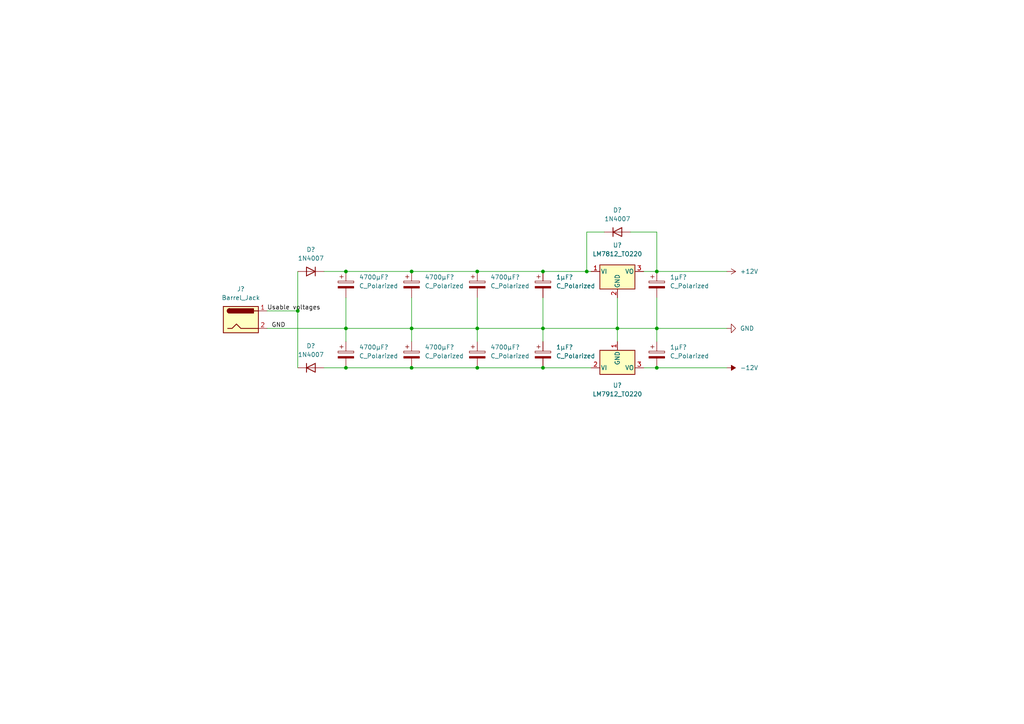
<source format=kicad_sch>
(kicad_sch (version 20211123) (generator eeschema)
  (paper "A4")
  (lib_symbols
    (symbol "Connector:Barrel_Jack" (pin_names (offset 1.016))
      (property "Reference" "J" (at 0 5.334 0))
      (property "Value" "Barrel_Jack" (at 0 -5.08 0))
      (symbol "Barrel_Jack_0_1"
        (rectangle (start -5.08 3.81) (end 5.08 -3.81) (stroke (width 0.254)) (fill (type background)))
        (arc (start -3.302 3.175) (mid -3.937 2.54) (end -3.302 1.905) (stroke (width 0.254)))
        (arc (start -3.302 3.175) (mid -3.937 2.54) (end -3.302 1.905) (stroke (width 0.254)) (fill (type outline)))
        (polyline (pts (xy 5.08 2.54) (xy 3.81 2.54)) (stroke (width 0.254)))
        (polyline (pts (xy -3.81 -2.54) (xy -2.54 -2.54) (xy -1.27 -1.27) (xy 0 -2.54) (xy 2.54 -2.54) (xy 5.08 -2.54)) (stroke (width 0.254)))
        (rectangle (start 3.683 3.175) (end -3.302 1.905) (stroke (width 0.254)) (fill (type outline)))
      )
      (symbol "Barrel_Jack_1_1"
        (pin passive line (at 7.62 2.54 180) (length 2.54) (name "~") (number "1"))
        (pin passive line (at 7.62 -2.54 180) (length 2.54) (name "~") (number "2"))
      )
    )
    (symbol "Device:C_Polarized" (pin_numbers hide) (pin_names (offset 0.254))
      (property "Reference" "C" (at 0.635 2.54 0))
      (property "Value" "C_Polarized" (at 0.635 -2.54 0))
      (symbol "C_Polarized_0_1"
        (rectangle (start -2.286 0.508) (end 2.286 1.016))
        (polyline (pts (xy -1.778 2.286) (xy -0.762 2.286)))
        (polyline (pts (xy -1.27 2.794) (xy -1.27 1.778)))
        (rectangle (start 2.286 -0.508) (end -2.286 -1.016) (fill (type outline)))
      )
      (symbol "C_Polarized_1_1"
        (pin passive line (at 0 3.81 270) (length 2.794) (name "~") (number "1"))
        (pin passive line (at 0 -3.81 90) (length 2.794) (name "~") (number "2"))
      )
    )
    (symbol "Diode:1N4007" (pin_numbers hide) (pin_names hide)
      (property "Reference" "D" (at 0 2.54 0))
      (property "Value" "1N4007" (at 0 -2.54 0))
      (symbol "1N4007_0_1"
        (polyline (pts (xy -1.27 1.27) (xy -1.27 -1.27)) (stroke (width 0.254)))
        (polyline (pts (xy 1.27 0) (xy -1.27 0)))
        (polyline (pts (xy 1.27 1.27) (xy 1.27 -1.27) (xy -1.27 0) (xy 1.27 1.27)) (stroke (width 0.254)))
      )
      (symbol "1N4007_1_1"
        (pin passive line (at -3.81 0 0) (length 2.54) (name "K") (number "1"))
        (pin passive line (at 3.81 0 180) (length 2.54) (name "A") (number "2"))
      )
    )
    (symbol "Regulator_Linear:LM7812_TO220" (pin_names (offset 0.254))
      (property "Reference" "U" (at -3.81 3.175 0))
      (property "Value" "LM7812_TO220" (at 0 3.175 0))
      (symbol "LM7812_TO220_0_1"
        (rectangle (start -5.08 1.905) (end 5.08 -5.08) (stroke (width 0.254)) (fill (type background)))
      )
      (symbol "LM7812_TO220_1_1"
        (pin power_in line (at -7.62 0 0) (length 2.54) (name "VI") (number "1"))
        (pin power_in line (at 0 -7.62 90) (length 2.54) (name "GND") (number "2"))
        (pin power_out line (at 7.62 0 180) (length 2.54) (name "VO") (number "3"))
      )
    )
    (symbol "Regulator_Linear:LM7912_TO220" (pin_names (offset 0.254))
      (property "Reference" "U" (at -3.81 -3.175 0))
      (property "Value" "LM7912_TO220" (at 0 -3.175 0))
      (symbol "LM7912_TO220_0_1"
        (rectangle (start -5.08 5.08) (end 5.08 -1.905) (stroke (width 0.254)) (fill (type background)))
      )
      (symbol "LM7912_TO220_1_1"
        (pin power_in line (at 0 7.62 270) (length 2.54) (name "GND") (number "1"))
        (pin power_in line (at -7.62 0 0) (length 2.54) (name "VI") (number "2"))
        (pin power_out line (at 7.62 0 180) (length 2.54) (name "VO") (number "3"))
      )
    )
    (symbol "power:+12V" (power) (pin_names (offset 0))
      (property "Value" "+12V" (at 0 3.556 0))
      (symbol "+12V_0_1"
        (polyline (pts (xy -0.762 1.27) (xy 0 2.54)))
        (polyline (pts (xy 0 0) (xy 0 2.54)))
        (polyline (pts (xy 0 2.54) (xy 0.762 1.27)))
      )
      (symbol "+12V_1_1"
        (pin power_in line (at 0 0 90) (length 0) hide (name "+12V") (number "1"))
      )
    )
    (symbol "power:-12V" (power) (pin_names (offset 0))
      (property "Value" "-12V" (at 0 3.81 0))
      (symbol "-12V_0_0"
        (pin power_in line (at 0 0 90) (length 0) hide (name "-12V") (number "1"))
      )
      (symbol "-12V_0_1"
        (polyline (pts (xy 0 0) (xy 0 1.27) (xy 0.762 1.27) (xy 0 2.54) (xy -0.762 1.27) (xy 0 1.27)) (fill (type outline)))
      )
    )
    (symbol "power:GND" (power) (pin_names (offset 0))
      (property "Value" "GND" (at 0 -3.81 0))
      (symbol "GND_0_1"
        (polyline (pts (xy 0 0) (xy 0 -1.27) (xy 1.27 -1.27) (xy 0 -2.54) (xy -1.27 -1.27) (xy 0 -1.27)))
      )
      (symbol "GND_1_1"
        (pin power_in line (at 0 0 270) (length 0) hide (name "GND") (number "1"))
      )
    )
  )
  (junction (at 86.36 90.17))
  (junction (at 119.38 95.25))
  (junction (at 157.48 95.25))
  (junction (at 119.38 78.74))
  (junction (at 100.33 106.68))
  (junction (at 138.43 106.68))
  (junction (at 179.07 95.25))
  (junction (at 190.5 106.68))
  (junction (at 157.48 106.68))
  (junction (at 138.43 78.74))
  (junction (at 100.33 78.74))
  (junction (at 190.5 95.25))
  (junction (at 138.43 95.25))
  (junction (at 157.48 78.74))
  (junction (at 170.18 78.74))
  (junction (at 190.5 78.74))
  (junction (at 100.33 95.25))
  (junction (at 119.38 106.68))
  (wire (pts (xy 77.47 95.25) (xy 100.33 95.25)))
  (wire (pts (xy 179.07 95.25) (xy 179.07 99.06)))
  (wire (pts (xy 119.38 78.74) (xy 138.43 78.74)))
  (wire (pts (xy 170.18 67.31) (xy 170.18 78.74)))
  (wire (pts (xy 170.18 78.74) (xy 171.45 78.74)))
  (wire (pts (xy 119.38 95.25) (xy 119.38 99.06)))
  (wire (pts (xy 100.33 106.68) (xy 119.38 106.68)))
  (wire (pts (xy 86.36 90.17) (xy 86.36 106.68)))
  (wire (pts (xy 157.48 95.25) (xy 157.48 99.06)))
  (wire (pts (xy 119.38 86.36) (xy 119.38 95.25)))
  (wire (pts (xy 190.5 106.68) (xy 210.82 106.68)))
  (wire (pts (xy 93.98 106.68) (xy 100.33 106.68)))
  (wire (pts (xy 182.88 67.31) (xy 190.5 67.31)))
  (wire (pts (xy 157.48 106.68) (xy 171.45 106.68)))
  (wire (pts (xy 179.07 95.25) (xy 179.07 86.36)))
  (wire (pts (xy 157.48 95.25) (xy 179.07 95.25)))
  (wire (pts (xy 175.26 67.31) (xy 170.18 67.31)))
  (wire (pts (xy 186.69 78.74) (xy 190.5 78.74)))
  (wire (pts (xy 190.5 78.74) (xy 210.82 78.74)))
  (wire (pts (xy 138.43 95.25) (xy 157.48 95.25)))
  (wire (pts (xy 190.5 95.25) (xy 190.5 99.06)))
  (wire (pts (xy 119.38 106.68) (xy 138.43 106.68)))
  (wire (pts (xy 100.33 86.36) (xy 100.33 95.25)))
  (wire (pts (xy 190.5 86.36) (xy 190.5 95.25)))
  (wire (pts (xy 93.98 78.74) (xy 100.33 78.74)))
  (wire (pts (xy 186.69 106.68) (xy 190.5 106.68)))
  (wire (pts (xy 77.47 90.17) (xy 86.36 90.17)))
  (wire (pts (xy 100.33 78.74) (xy 119.38 78.74)))
  (wire (pts (xy 138.43 99.06) (xy 138.43 95.25)))
  (wire (pts (xy 157.48 86.36) (xy 157.48 95.25)))
  (wire (pts (xy 190.5 67.31) (xy 190.5 78.74)))
  (wire (pts (xy 138.43 78.74) (xy 157.48 78.74)))
  (wire (pts (xy 157.48 78.74) (xy 170.18 78.74)))
  (wire (pts (xy 138.43 106.68) (xy 157.48 106.68)))
  (wire (pts (xy 86.36 90.17) (xy 86.36 78.74)))
  (wire (pts (xy 190.5 95.25) (xy 210.82 95.25)))
  (wire (pts (xy 100.33 95.25) (xy 119.38 95.25)))
  (wire (pts (xy 119.38 95.25) (xy 138.43 95.25)))
  (wire (pts (xy 100.33 95.25) (xy 100.33 99.06)))
  (wire (pts (xy 138.43 86.36) (xy 138.43 95.25)))
  (wire (pts (xy 190.5 95.25) (xy 179.07 95.25)))
  (label "Usable voltages" (at 77.47 90.17 0))
  (label "GND" (at 78.74 95.25 0))
  (symbol (lib_id "Device:C_Polarized") (at 190.5 82.55 0) (unit 1)
    (property "Reference" "1µF?" (at 194.31 80.3909 0) (effects (justify left)))
    (property "Value" "C_Polarized" (at 194.31 82.9309 0) (effects (justify left)))
  )
  (symbol (lib_id "Device:C_Polarized") (at 100.33 102.87 0) (unit 1)
    (property "Reference" "4700µF?" (at 104.14 100.7109 0) (effects (justify left)))
    (property "Value" "C_Polarized" (at 104.14 103.2509 0) (effects (justify left)))
  )
  (symbol (lib_id "Device:C_Polarized") (at 119.38 82.55 0) (unit 1)
    (property "Reference" "4700µF?" (at 123.19 80.3909 0) (effects (justify left)))
    (property "Value" "C_Polarized" (at 123.19 82.9309 0) (effects (justify left)))
  )
  (symbol (lib_id "Regulator_Linear:LM7812_TO220") (at 179.07 78.74 0) (unit 1)
    (property "Reference" "U?" (at 179.07 71.12 0))
    (property "Value" "LM7812_TO220" (at 179.07 73.66 0))
    (property "Footprint" "Package_TO_SOT_THT:TO-220-3_Vertical" (effects hide))
    (property "Datasheet" "https://www.onsemi.cn/PowerSolutions/document/MC7800-D.PDF" (effects hide))
  )
  (symbol (lib_id "power:GND") (at 210.82 95.25 90) (unit 1)
    (property "Reference" "#PWR?" (effects hide))
    (property "Value" "GND" (at 214.63 95.2499 90) (effects (justify right)))
  )
  (symbol (lib_id "Device:C_Polarized") (at 138.43 102.87 0) (unit 1)
    (property "Reference" "4700µF?" (at 142.24 100.7109 0) (effects (justify left)))
    (property "Value" "C_Polarized" (at 142.24 103.2509 0) (effects (justify left)))
  )
  (symbol (lib_id "Device:C_Polarized") (at 157.48 82.55 0) (unit 1)
    (property "Reference" "1µF?" (at 161.29 80.3909 0) (effects (justify left)))
    (property "Value" "C_Polarized" (at 161.29 82.9309 0) (effects (justify left)))
  )
  (symbol (lib_id "Device:C_Polarized") (at 119.38 102.87 0) (unit 1)
    (property "Reference" "4700µF?" (at 123.19 100.7109 0) (effects (justify left)))
    (property "Value" "C_Polarized" (at 123.19 103.2509 0) (effects (justify left)))
  )
  (symbol (lib_id "Diode:1N4007") (at 90.17 106.68 0) (unit 1)
    (property "Reference" "D?" (at 90.17 100.33 0))
    (property "Value" "1N4007" (at 90.17 102.87 0))
    (property "Footprint" "Diode_THT:D_DO-41_SOD81_P10.16mm_Horizontal" (effects hide))
    (property "Datasheet" "http://www.vishay.com/docs/88503/1n4001.pdf" (effects hide))
  )
  (symbol (lib_id "Diode:1N4007") (at 90.17 78.74 180) (unit 1)
    (property "Reference" "D?" (at 90.17 72.39 0))
    (property "Value" "1N4007" (at 90.17 74.93 0))
    (property "Footprint" "Diode_THT:D_DO-41_SOD81_P10.16mm_Horizontal" (effects hide))
    (property "Datasheet" "http://www.vishay.com/docs/88503/1n4001.pdf" (effects hide))
  )
  (symbol (lib_id "Diode:1N4007") (at 179.07 67.31 0) (unit 1)
    (property "Reference" "D?" (at 179.07 60.96 0))
    (property "Value" "1N4007" (at 179.07 63.5 0))
    (property "Footprint" "Diode_THT:D_DO-41_SOD81_P10.16mm_Horizontal" (effects hide))
    (property "Datasheet" "http://www.vishay.com/docs/88503/1n4001.pdf" (effects hide))
  )
  (symbol (lib_id "Connector:Barrel_Jack") (at 69.85 92.71 0) (unit 1)
    (property "Reference" "J?" (at 69.85 83.82 0))
    (property "Value" "Barrel_Jack" (at 69.85 86.36 0))
  )
  (symbol (lib_id "power:+12V") (at 210.82 78.74 270) (unit 1)
    (property "Reference" "#PWR?" (effects hide))
    (property "Value" "+12V" (at 214.63 78.7399 90) (effects (justify left)))
  )
  (symbol (lib_id "Device:C_Polarized") (at 138.43 82.55 0) (unit 1)
    (property "Reference" "4700µF?" (at 142.24 80.3909 0) (effects (justify left)))
    (property "Value" "C_Polarized" (at 142.24 82.9309 0) (effects (justify left)))
  )
  (symbol (lib_id "power:-12V") (at 210.82 106.68 270) (unit 1)
    (property "Reference" "#PWR?" (effects hide))
    (property "Value" "-12V" (at 214.63 106.6799 90) (effects (justify left)))
  )
  (symbol (lib_id "Device:C_Polarized") (at 157.48 102.87 0) (unit 1)
    (property "Reference" "1µF?" (at 161.29 100.7109 0) (effects (justify left)))
    (property "Value" "C_Polarized" (at 161.29 103.2509 0) (effects (justify left)))
  )
  (symbol (lib_id "Device:C_Polarized") (at 190.5 102.87 0) (unit 1)
    (property "Reference" "1µF?" (at 194.31 100.7109 0) (effects (justify left)))
    (property "Value" "C_Polarized" (at 194.31 103.2509 0) (effects (justify left)))
  )
  (symbol (lib_id "Regulator_Linear:LM7912_TO220") (at 179.07 106.68 0) (unit 1)
    (property "Reference" "U?" (at 179.07 111.76 0))
    (property "Value" "LM7912_TO220" (at 179.07 114.3 0))
    (property "Footprint" "Package_TO_SOT_THT:TO-220-3_Vertical" (effects hide))
    (property "Datasheet" "hhttps://www.onsemi.com/pub/Collateral/MC7900-D.PDF" (effects hide))
  )
  (symbol (lib_id "Device:C_Polarized") (at 100.33 82.55 0) (unit 1)
    (property "Reference" "4700µF?" (at 104.14 80.3909 0) (effects (justify left)))
    (property "Value" "C_Polarized" (at 104.14 82.9309 0) (effects (justify left)))
  )
)
</source>
